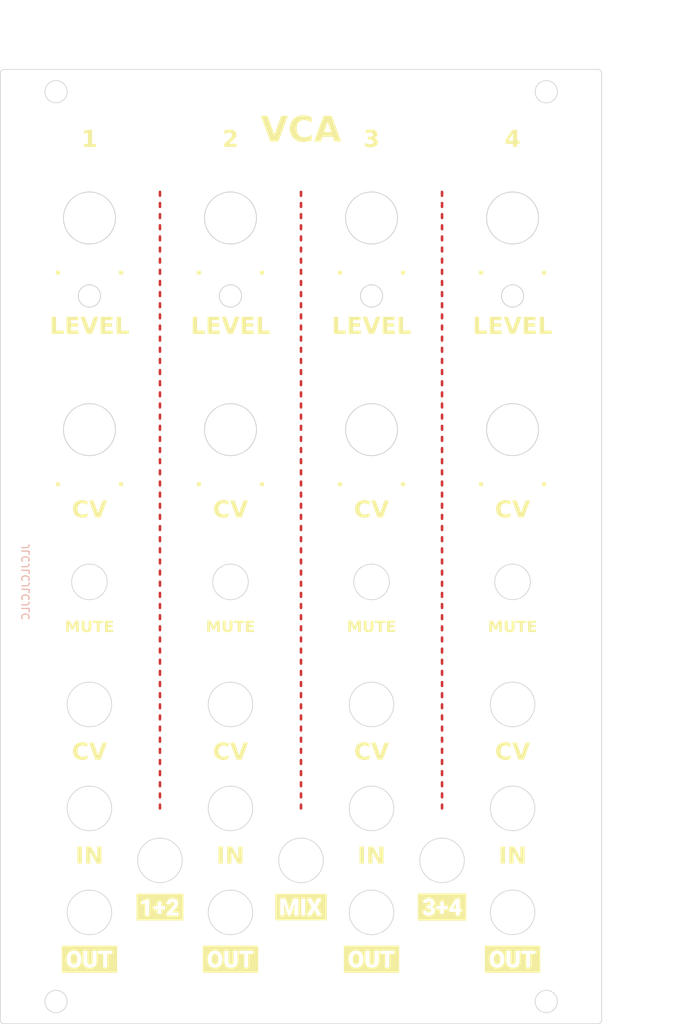
<source format=kicad_pcb>
(kicad_pcb (version 20240108) (generator "pcbnew") (generator_version "8.0")
  (layers (0 "F.Cu" signal) (31 "B.Cu" signal) (34 "B.Paste" user) (35 "F.Paste" user) (36 "B.SilkS" user "B.Silkscreen") (37 "F.SilkS" user "F.Silkscreen") (38 "B.Mask" user) (39 "F.Mask" user) (44 "Edge.Cuts" user))
  (net 0 "")
  (footprint "kibuzzard-65FAF655" (layer "F.Cu") (at 154 150.551611)
    (property "Reference" "kibuzzard-65FAF655" (hide yes))
    (property "Value" "G***" (hide yes))
    (fp_poly (pts (xy -1.647186 -0.048059) (xy -1.659675 -0.254334) (xy -1.69714 -0.424608) (xy -1.759583 -0.558881) (xy -1.896202 -0.689687) (xy -2.081268 -0.733289) (xy -2.261781 -0.694919) (xy -2.39404 -0.57981) (xy -2.478046 -0.387961) (xy -2.5138 -0.119373) (xy -2.51535 0.046509) (xy -2.50312 0.250631) (xy -2.46643 0.420646) (xy -2.40528 0.556555) (xy -2.268466 0.690268) (xy -2.078168 0.734839) (xy -1.895621 0.691043) (xy -1.760358 0.559656) (xy -1.698174 0.425814) (xy -1.66045 0.257865) (xy -1.647186 0.055811) (xy -1.647186 -0.048059)) (fill solid) (layer "F.SilkS"))
    (fp_poly (pts (xy -3.068805 -1.821077) (xy -3.730263 -1.821077) (xy -3.730263 1.821077) (xy -3.068805 1.821077) (xy -2.078168 1.821077) (xy -2.078168 1.159619) (xy -2.263169 1.144891) (xy -2.433702 1.100708) (xy -2.589764 1.027069) (xy -2.727654 0.926042) (xy -2.843668 0.799693) (xy -2.937805 0.648022) (xy -3.007827 0.475595) (xy -3.051493 0.286976) (xy -3.068805 0.082166) (xy -3.068805 -0.044958) (xy -3.055283 -0.257435) (xy -3.014717 -0.452513) (xy -2.947107 -0.630194) (xy -2.854262 -0.786343) (xy -2.73799 -0.916826) (xy -2.598291 -1.021643) (xy -2.439903 -1.098296) (xy -2.267562 -1.144288) (xy -2.081268 -1.159619) (xy -1.896956 -1.144461) (xy -1.726423 -1.098985) (xy -1.569672 -1.023193) (xy -1.43092 -0.91941) (xy -1.31439 -0.78996) (xy -1.220081 -0.634845) (xy -1.150576 -0.458714) (xy -1.108459 -0.26622) (xy -1.093732 -0.057361) (xy -1.093732 0.046509) (xy -1.10734 0.25821) (xy -1.148164 0.45303) (xy -1.216205 0.630969) (xy -1.309309 0.787463) (xy -1.425322 0.917946) (xy -1.564246 1.022418) (xy -1.7216 1.098641) (xy -1.892908 1.144375) (xy -2.078168 1.159619) (xy -2.078168 1.821077) (xy 0.070538 1.821077) (xy 0.070538 1.159619) (xy -0.184916 1.135848) (xy -0.40144 1.064535) (xy -0.579034 0.945679) (xy -0.711326 0.785482) (xy -0.791941 0.590145) (xy -0.82088 0.359668) (xy -0.82088 -1.128613) (xy -0.273627 -1.128613) (xy -0.273627 0.37052) (xy -0.231252 0.576364) (xy -0.11653 0.699871) (xy 0.070538 0.74104) (xy 0.218979 0.717786) (xy 0.326337 0.648022) (xy 0.391449 0.525937) (xy 0.413153 0.345715) (xy 0.413153 -1.128613) (xy 0.957306 -1.128613) (xy 0.957306 0.348816) (xy 0.930563 0.583104) (xy 0.850336 0.783673) (xy 0.720111 0.945485) (xy 0.543378 1.063501) (xy 0.325174 1.13559) (xy 0.070538 1.159619) (xy 0.070538 1.821077) (xy 2.391327 1.821077) (xy 2.391327 1.128613) (xy 1.847174 1.128613) (xy 1.847174 -0.708484) (xy 1.182098 -0.708484) (xy 1.182098 -1.128613) (xy 3.068805 -1.128613) (xy 3.068805 -0.708484) (xy 2.391327 -0.708484) (xy 2.391327 1.128613) (xy 2.391327 1.821077) (xy 3.068805 1.821077) (xy 3.730263 1.821077) (xy 3.730263 -1.821077) (xy 3.068805 -1.821077) (xy -3.068805 -1.821077)) (fill solid) (layer "F.SilkS"))
  )
  (footprint "TimsLib:Frontpanel_Potentiometer_Knob" (layer "F.Cu") (at 116 79.25)
    (property "Reference" "REF**" (hide yes))
    (property "Value" "Frontpanel_Potentiometer_Knob" (hide yes))
    (fp_circle (center 0 0) (end 3.5 0) (stroke (width 0.12)) (fill none) (layer "Edge.Cuts"))
    (fp_text user "CV" (at 0 10.886518 0) (layer "F.SilkS") (effects (font (size 2.25 2.25) (thickness 0.2) (bold yes))))
  )
  (footprint "TimsLib:Frontpanel_AudioJack" (layer "F.Cu") (at 154 116.25)
    (property "Reference" "REF**" (hide yes))
    (property "Value" "Frontpanel_AudioJack" (hide yes))
    (fp_circle (center 0 0) (end 3 0) (stroke (width 0.1)) (fill none) (layer "Edge.Cuts"))
    (fp_text user "CV" (at 0 6.5 0) (layer "F.SilkS") (effects (font (size 2.25 2.25) (thickness 0.2) (bold yes))))
  )
  (footprint "TimsLib:Frontpanel_AudioJack" (layer "F.Cu") (at 154 130.25)
    (property "Reference" "REF**" (hide yes))
    (property "Value" "Frontpanel_AudioJack" (hide yes))
    (fp_circle (center 0 0) (end 3 0) (stroke (width 0.1)) (fill none) (layer "Edge.Cuts"))
    (fp_text user "IN" (at 0 6.5 0) (layer "F.SilkS") (effects (font (size 2.25 2.25) (thickness 0.45) (bold yes))))
  )
  (footprint "TimsLib:Frontpanel_AudioJack" (layer "F.Cu") (at 144.5 137.25)
    (property "Reference" "REF**" (hide yes))
    (property "Value" "Frontpanel_AudioJack" (hide yes))
    (fp_circle (center 0 0) (end 3 0) (stroke (width 0.1)) (fill none) (layer "Edge.Cuts"))
  )
  (footprint "kibuzzard-65FAFAC9" (layer "F.Cu") (at 125.5 143.533572)
    (property "Reference" "kibuzzard-65FAFAC9" (hide yes))
    (property "Value" "G***" (hide yes))
    (fp_poly (pts (xy -2.495197 -1.80635) (xy -3.156655 -1.80635) (xy -3.156655 1.80635) (xy -2.495197 1.80635) (xy -1.4565 1.80635) (xy -1.4565 1.144891) (xy -1.980499 1.144891) (xy -1.980499 -0.523224) (xy -2.495197 -0.372845) (xy -2.495197 -0.76972) (xy -1.504559 -1.112335) (xy -1.4565 -1.112335) (xy -1.4565 1.144891) (xy -1.4565 1.80635) (xy 0.174408 1.80635) (xy 0.174408 0.918549) (xy -0.313934 0.918549) (xy -0.313934 0.312384) (xy -0.844135 0.312384) (xy -0.844135 -0.135651) (xy -0.313934 -0.135651) (xy -0.313934 -0.724762) (xy 0.174408 -0.724762) (xy 0.174408 -0.135651) (xy 0.703058 -0.135651) (xy 0.703058 0.312384) (xy 0.174408 0.312384) (xy 0.174408 0.918549) (xy 0.174408 1.80635) (xy 2.495197 1.80635) (xy 2.495197 1.144891) (xy 0.920099 1.144891) (xy 0.920099 0.803827) (xy 1.645636 0.041083) (xy 1.794636 -0.14857) (xy 1.884037 -0.310317) (xy 1.913837 -0.444159) (xy 1.850275 -0.665851) (xy 1.66579 -0.741815) (xy 1.472003 -0.640271) (xy 1.416193 -0.526131) (xy 1.397589 -0.386798) (xy 0.87359 -0.386798) (xy 0.899557 -0.586592) (xy 0.97746 -0.770496) (xy 1.101483 -0.927269) (xy 1.265814 -1.045673) (xy 1.461151 -1.120087) (xy 1.678192 -1.144891) (xy 1.903415 -1.126116) (xy 2.091259 -1.069788) (xy 2.241724 -0.975909) (xy 2.351536 -0.846891) (xy 2.417424 -0.685143) (xy 2.439386 -0.490668) (xy 2.426984 -0.359087) (xy 2.389777 -0.230994) (xy 2.326408 -0.101544) (xy 2.235522 0.034106) (xy 2.098903 0.196306) (xy 1.898334 0.405402) (xy 1.606879 0.741815) (xy 2.495197 0.741815) (xy 2.495197 1.144891) (xy 2.495197 1.80635) (xy 3.156655 1.80635) (xy 3.156655 -1.80635) (xy 2.495197 -1.80635) (xy -2.495197 -1.80635)) (fill solid) (layer "F.SilkS"))
  )
  (footprint "TimsLib:Frontpanel_AudioJack" (layer "F.Cu") (at 125.5 137.25)
    (property "Reference" "REF**" (hide yes))
    (property "Value" "Frontpanel_AudioJack" (hide yes))
    (fp_circle (center 0 0) (end 3 0) (stroke (width 0.1)) (fill none) (layer "Edge.Cuts"))
  )
  (footprint "TimsLib:Frontpanel_Switch_SubMini" (layer "F.Cu") (at 135 99.75)
    (property "Reference" "REF**" (hide yes))
    (property "Value" "Frontpanel_Switch_SubMini" (hide yes))
    (fp_circle (center 0 0) (end 2.4 0) (stroke (width 0.1)) (fill none) (layer "Edge.Cuts"))
    (fp_text user "MUTE" (at 0.000001 6.130987 0) (layer "F.SilkS") (effects (font (size 1.5 1.5) (thickness 0.2) (bold yes))))
  )
  (footprint "TimsLib:Frontpanel_AudioJack" (layer "F.Cu") (at 173 116.25)
    (property "Reference" "REF**" (hide yes))
    (property "Value" "Frontpanel_AudioJack" (hide yes))
    (fp_circle (center 0 0) (end 3 0) (stroke (width 0.1)) (fill none) (layer "Edge.Cuts"))
    (fp_text user "CV" (at 0 6.5 0) (layer "F.SilkS") (effects (font (size 2.25 2.25) (thickness 0.2) (bold yes))))
  )
  (footprint "TimsLib:Frontpanel_AudioJack" (layer "F.Cu") (at 163.5 137.25)
    (property "Reference" "REF**" (hide yes))
    (property "Value" "Frontpanel_AudioJack" (hide yes))
    (fp_circle (center 0 0) (end 3 0) (stroke (width 0.1)) (fill none) (layer "Edge.Cuts"))
  )
  (footprint "kibuzzard-65FAF655" (layer "F.Cu") (at 135 150.551611)
    (property "Reference" "kibuzzard-65FAF655" (hide yes))
    (property "Value" "G***" (hide yes))
    (fp_poly (pts (xy -1.647186 -0.048059) (xy -1.659675 -0.254334) (xy -1.69714 -0.424608) (xy -1.759583 -0.558881) (xy -1.896202 -0.689687) (xy -2.081268 -0.733289) (xy -2.261781 -0.694919) (xy -2.39404 -0.57981) (xy -2.478046 -0.387961) (xy -2.5138 -0.119373) (xy -2.51535 0.046509) (xy -2.50312 0.250631) (xy -2.46643 0.420646) (xy -2.40528 0.556555) (xy -2.268466 0.690268) (xy -2.078168 0.734839) (xy -1.895621 0.691043) (xy -1.760358 0.559656) (xy -1.698174 0.425814) (xy -1.66045 0.257865) (xy -1.647186 0.055811) (xy -1.647186 -0.048059)) (fill solid) (layer "F.SilkS"))
    (fp_poly (pts (xy -3.068805 -1.821077) (xy -3.730263 -1.821077) (xy -3.730263 1.821077) (xy -3.068805 1.821077) (xy -2.078168 1.821077) (xy -2.078168 1.159619) (xy -2.263169 1.144891) (xy -2.433702 1.100708) (xy -2.589764 1.027069) (xy -2.727654 0.926042) (xy -2.843668 0.799693) (xy -2.937805 0.648022) (xy -3.007827 0.475595) (xy -3.051493 0.286976) (xy -3.068805 0.082166) (xy -3.068805 -0.044958) (xy -3.055283 -0.257435) (xy -3.014717 -0.452513) (xy -2.947107 -0.630194) (xy -2.854262 -0.786343) (xy -2.73799 -0.916826) (xy -2.598291 -1.021643) (xy -2.439903 -1.098296) (xy -2.267562 -1.144288) (xy -2.081268 -1.159619) (xy -1.896956 -1.144461) (xy -1.726423 -1.098985) (xy -1.569672 -1.023193) (xy -1.43092 -0.91941) (xy -1.31439 -0.78996) (xy -1.220081 -0.634845) (xy -1.150576 -0.458714) (xy -1.108459 -0.26622) (xy -1.093732 -0.057361) (xy -1.093732 0.046509) (xy -1.10734 0.25821) (xy -1.148164 0.45303) (xy -1.216205 0.630969) (xy -1.309309 0.787463) (xy -1.425322 0.917946) (xy -1.564246 1.022418) (xy -1.7216 1.098641) (xy -1.892908 1.144375) (xy -2.078168 1.159619) (xy -2.078168 1.821077) (xy 0.070538 1.821077) (xy 0.070538 1.159619) (xy -0.184916 1.135848) (xy -0.40144 1.064535) (xy -0.579034 0.945679) (xy -0.711326 0.785482) (xy -0.791941 0.590145) (xy -0.82088 0.359668) (xy -0.82088 -1.128613) (xy -0.273627 -1.128613) (xy -0.273627 0.37052) (xy -0.231252 0.576364) (xy -0.11653 0.699871) (xy 0.070538 0.74104) (xy 0.218979 0.717786) (xy 0.326337 0.648022) (xy 0.391449 0.525937) (xy 0.413153 0.345715) (xy 0.413153 -1.128613) (xy 0.957306 -1.128613) (xy 0.957306 0.348816) (xy 0.930563 0.583104) (xy 0.850336 0.783673) (xy 0.720111 0.945485) (xy 0.543378 1.063501) (xy 0.325174 1.13559) (xy 0.070538 1.159619) (xy 0.070538 1.821077) (xy 2.391327 1.821077) (xy 2.391327 1.128613) (xy 1.847174 1.128613) (xy 1.847174 -0.708484) (xy 1.182098 -0.708484) (xy 1.182098 -1.128613) (xy 3.068805 -1.128613) (xy 3.068805 -0.708484) (xy 2.391327 -0.708484) (xy 2.391327 1.128613) (xy 2.391327 1.821077) (xy 3.068805 1.821077) (xy 3.730263 1.821077) (xy 3.730263 -1.821077) (xy 3.068805 -1.821077) (xy -3.068805 -1.821077)) (fill solid) (layer "F.SilkS"))
  )
  (footprint "TimsLib:Frontpanel_Potentiometer_Knob" (layer "F.Cu") (at 173 50.75)
    (property "Reference" "REF**" (hide yes))
    (property "Value" "Frontpanel_Potentiometer_Knob" (hide yes))
    (fp_circle (center 0 0) (end 3.5 0) (stroke (width 0.12)) (fill none) (layer "Edge.Cuts"))
    (fp_text user "LEVEL" (at 0 14.674851 0) (layer "F.SilkS") (effects (font (size 2.25 2.25) (thickness 0.2) (bold yes))))
  )
  (footprint "TimsLib:Frontpanel_LED_3mm" (layer "F.Cu") (at 135 61.25)
    (property "Reference" "REF**" (hide yes))
    (property "Value" "Frontpanel_LED_3mm" (hide yes))
    (fp_circle (center 0 0) (end 1.5 0) (stroke (width 0.12)) (fill none) (layer "Edge.Cuts"))
  )
  (footprint "TimsLib:Frontpanel_AudioJack" (layer "F.Cu") (at 173 144.25)
    (property "Reference" "REF**" (hide yes))
    (property "Value" "Frontpanel_AudioJack" (hide yes))
    (fp_circle (center 0 0) (end 3 0) (stroke (width 0.1)) (fill none) (layer "Edge.Cuts"))
  )
  (footprint "TimsLib:Frontpanel_AudioJack" (layer "F.Cu") (at 154 144.25)
    (property "Reference" "REF**" (hide yes))
    (property "Value" "Frontpanel_AudioJack" (hide yes))
    (fp_circle (center 0 0) (end 3 0) (stroke (width 0.1)) (fill none) (layer "Edge.Cuts"))
  )
  (footprint "TimsLib:Frontpanel_AudioJack" (layer "F.Cu") (at 135 116.25)
    (property "Reference" "REF**" (hide yes))
    (property "Value" "Frontpanel_AudioJack" (hide yes))
    (fp_circle (center 0 0) (end 3 0) (stroke (width 0.1)) (fill none) (layer "Edge.Cuts"))
    (fp_text user "CV" (at 0 6.5 0) (layer "F.SilkS") (effects (font (size 2.25 2.25) (thickness 0.2) (bold yes))))
  )
  (footprint "TimsLib:Frontpanel_AudioJack" (layer "F.Cu") (at 135 144.25)
    (property "Reference" "REF**" (hide yes))
    (property "Value" "Frontpanel_AudioJack" (hide yes))
    (fp_circle (center 0 0) (end 3 0) (stroke (width 0.1)) (fill none) (layer "Edge.Cuts"))
  )
  (footprint "TimsLib:Frontpanel_Potentiometer_Knob" (layer "F.Cu") (at 116 50.75)
    (property "Reference" "REF**" (hide yes))
    (property "Value" "Frontpanel_Potentiometer_Knob" (hide yes))
    (fp_circle (center 0 0) (end 3.5 0) (stroke (width 0.12)) (fill none) (layer "Edge.Cuts"))
    (fp_text user "LEVEL" (at 0 14.674851 0) (layer "F.SilkS") (effects (font (size 2.25 2.25) (thickness 0.2) (bold yes))))
  )
  (footprint "TimsLib:Frontpanel_LED_3mm" (layer "F.Cu") (at 173 61.25)
    (property "Reference" "REF**" (hide yes))
    (property "Value" "Frontpanel_LED_3mm" (hide yes))
    (fp_circle (center 0 0) (end 1.5 0) (stroke (width 0.12)) (fill none) (layer "Edge.Cuts"))
  )
  (footprint "TimsLib:Frontpanel_LED_3mm" (layer "F.Cu") (at 154 61.25)
    (property "Reference" "REF**" (hide yes))
    (property "Value" "Frontpanel_LED_3mm" (hide yes))
    (fp_circle (center 0 0) (end 1.5 0) (stroke (width 0.12)) (fill none) (layer "Edge.Cuts"))
  )
  (footprint "TimsLib:Frontpanel_AudioJack" (layer "F.Cu") (at 173 130.25)
    (property "Reference" "REF**" (hide yes))
    (property "Value" "Frontpanel_AudioJack" (hide yes))
    (fp_circle (center 0 0) (end 3 0) (stroke (width 0.1)) (fill none) (layer "Edge.Cuts"))
    (fp_text user "IN" (at 0 6.5 0) (layer "F.SilkS") (effects (font (size 2.25 2.25) (thickness 0.45) (bold yes))))
  )
  (footprint "TimsLib:Frontpanel_AudioJack" (layer "F.Cu") (at 135 130.25)
    (property "Reference" "REF**" (hide yes))
    (property "Value" "Frontpanel_AudioJack" (hide yes))
    (fp_circle (center 0 0) (end 3 0) (stroke (width 0.1)) (fill none) (layer "Edge.Cuts"))
    (fp_text user "IN" (at 0 6.5 0) (layer "F.SilkS") (effects (font (size 2.25 2.25) (thickness 0.45) (bold yes))))
  )
  (footprint "kibuzzard-65FAFAE1" (layer "F.Cu") (at 163.5 143.533572)
    (property "Reference" "kibuzzard-65FAFAE1" (hide yes))
    (property "Value" "G***" (hide yes))
    (fp_poly (pts (xy 1.446423 0.247272) (xy 1.8526 0.247272) (xy 1.8526 -0.44726) (xy 1.820044 -0.39455) (xy 1.446423 0.247272)) (fill solid) (layer "F.SilkS"))
    (fp_poly (pts (xy -2.604492 -1.821853) (xy -3.265951 -1.821853) (xy -3.265951 1.821853) (xy -2.604492 1.821853) (xy -1.807642 1.821853) (xy -1.807642 1.160394) (xy -2.021388 1.139272) (xy -2.219244 1.075903) (xy -2.386095 0.975134) (xy -2.506824 0.841809) (xy -2.580075 0.681935) (xy -2.604492 0.50152) (xy -2.078943 0.50152) (xy -1.995227 0.681354) (xy -1.789038 0.757318) (xy -1.568896 0.680579) (xy -1.486731 0.484467) (xy -1.508047 0.338739) (xy -1.571997 0.242621) (xy -1.807642 0.171307) (xy -2.06189 0.171307) (xy -2.06189 -0.217816) (xy -1.815393 -0.217816) (xy -1.652612 -0.249683) (xy -1.554944 -0.345285) (xy -1.522388 -0.50462) (xy -1.592151 -0.68678) (xy -1.789038 -0.757318) (xy -1.969647 -0.696857) (xy -2.046387 -0.546478) (xy -2.568835 -0.546478) (xy -2.544031 -0.715073) (xy -2.469617 -0.864288) (xy -2.351213 -0.988506) (xy -2.19444 -1.082104) (xy -2.009761 -1.140822) (xy -1.807642 -1.160394) (xy -1.574409 -1.141274) (xy -1.377005 -1.083913) (xy -1.21543 -0.988312) (xy -1.095713 -0.859293) (xy -1.023882 -0.70168) (xy -0.999939 -0.515472) (xy -1.022224 -0.373814) (xy -1.089081 -0.240295) (xy -1.19857 -0.123055) (xy -1.348755 -0.030231) (xy -1.1883 0.051741) (xy -1.066602 0.167432) (xy -0.989862 0.315678) (xy -0.964282 0.495319) (xy -0.99012 0.683421) (xy -1.067635 0.844651) (xy -1.196826 0.97901) (xy -1.368047 1.079779) (xy -1.571653 1.14024) (xy -1.807642 1.160394) (xy -1.807642 1.821853) (xy 0.249597 1.821853) (xy 0.249597 0.903046) (xy -0.238745 0.903046) (xy -0.238745 0.296881) (xy -0.768945 0.296881) (xy -0.768945 -0.151154) (xy -0.238745 -0.151154) (xy -0.238745 -0.740265) (xy 0.249597 -0.740265) (xy 0.249597 -0.151154) (xy 0.778247 -0.151154) (xy 0.778247 0.296881) (xy 0.249597 0.296881) (xy 0.249597 0.903046) (xy 0.249597 1.821853) (xy 2.375049 1.821853) (xy 2.375049 1.129388) (xy 1.8526 1.129388) (xy 1.8526 0.650348) (xy 0.979785 0.650348) (xy 0.948779 0.330988) (xy 1.8526 -1.123187) (xy 1.8526 -1.127838) (xy 2.375049 -1.127838) (xy 2.375049 0.247272) (xy 2.604492 0.247272) (xy 2.604492 0.650348) (xy 2.375049 0.650348) (xy 2.375049 1.129388) (xy 2.375049 1.821853) (xy 2.604492 1.821853) (xy 3.265951 1.821853) (xy 3.265951 -1.821853) (xy 2.604492 -1.821853) (xy -2.604492 -1.821853)) (fill solid) (layer "F.SilkS"))
  )
  (footprint "TimsLib:Frontpanel_Potentiometer_Knob" (layer "F.Cu") (at 135 50.75)
    (property "Reference" "REF**" (hide yes))
    (property "Value" "Frontpanel_Potentiometer_Knob" (hide yes))
    (fp_circle (center 0 0) (end 3.5 0) (stroke (width 0.12)) (fill none) (layer "Edge.Cuts"))
    (fp_text user "LEVEL" (at 0 14.674851 0) (layer "F.SilkS") (effects (font (size 2.25 2.25) (thickness 0.2) (bold yes))))
  )
  (footprint "TimsLib:Frontpanel_AudioJack" (layer "F.Cu") (at 116 130.25)
    (property "Reference" "REF**" (hide yes))
    (property "Value" "Frontpanel_AudioJack" (hide yes))
    (fp_circle (center 0 0) (end 3 0) (stroke (width 0.1)) (fill none) (layer "Edge.Cuts"))
    (fp_text user "IN" (at 0 6.5 0) (layer "F.SilkS") (effects (font (size 2.25 2.25) (thickness 0.45) (bold yes))))
  )
  (footprint "TimsLib:Frontpanel_Switch_SubMini" (layer "F.Cu") (at 154 99.75)
    (property "Reference" "REF**" (hide yes))
    (property "Value" "Frontpanel_Switch_SubMini" (hide yes))
    (fp_circle (center 0 0) (end 2.4 0) (stroke (width 0.1)) (fill none) (layer "Edge.Cuts"))
    (fp_text user "MUTE" (at 0.000001 6.130987 0) (layer "F.SilkS") (effects (font (size 1.5 1.5) (thickness 0.2) (bold yes))))
  )
  (footprint "TimsLib:Frontpanel_Potentiometer_Knob" (layer "F.Cu") (at 154 79.25)
    (property "Reference" "REF**" (hide yes))
    (property "Value" "Frontpanel_Potentiometer_Knob" (hide yes))
    (fp_circle (center 0 0) (end 3.5 0) (stroke (width 0.12)) (fill none) (layer "Edge.Cuts"))
    (fp_text user "CV" (at 0 10.886518 0) (layer "F.SilkS") (effects (font (size 2.25 2.25) (thickness 0.2) (bold yes))))
  )
  (footprint "TimsLib:Frontpanel_Switch_SubMini" (layer "F.Cu") (at 173 99.75)
    (property "Reference" "REF**" (hide yes))
    (property "Value" "Frontpanel_Switch_SubMini" (hide yes))
    (fp_circle (center 0 0) (end 2.4 0) (stroke (width 0.1)) (fill none) (layer "Edge.Cuts"))
    (fp_text user "MUTE" (at 0.000001 6.130987 0) (layer "F.SilkS") (effects (font (size 1.5 1.5) (thickness 0.2) (bold yes))))
  )
  (footprint "TimsLib:Frontpanel_Potentiometer_Knob" (layer "F.Cu") (at 135 79.25)
    (property "Reference" "REF**" (hide yes))
    (property "Value" "Frontpanel_Potentiometer_Knob" (hide yes))
    (fp_circle (center 0 0) (end 3.5 0) (stroke (width 0.12)) (fill none) (layer "Edge.Cuts"))
    (fp_text user "CV" (at 0 10.886518 0) (layer "F.SilkS") (effects (font (size 2.25 2.25) (thickness 0.2) (bold yes))))
  )
  (footprint "TimsLib:Frontpanel_Potentiometer_Knob" (layer "F.Cu") (at 154 50.75)
    (property "Reference" "REF**" (hide yes))
    (property "Value" "Frontpanel_Potentiometer_Knob" (hide yes))
    (fp_circle (center 0 0) (end 3.5 0) (stroke (width 0.12)) (fill none) (layer "Edge.Cuts"))
    (fp_text user "LEVEL" (at 0 14.674851 0) (layer "F.SilkS") (effects (font (size 2.25 2.25) (thickness 0.2) (bold yes))))
  )
  (footprint "kibuzzard-65FAF655" (layer "F.Cu") (at 173 150.551611)
    (property "Reference" "kibuzzard-65FAF655" (hide yes))
    (property "Value" "G***" (hide yes))
    (fp_poly (pts (xy -1.647186 -0.048059) (xy -1.659675 -0.254334) (xy -1.69714 -0.424608) (xy -1.759583 -0.558881) (xy -1.896202 -0.689687) (xy -2.081268 -0.733289) (xy -2.261781 -0.694919) (xy -2.39404 -0.57981) (xy -2.478046 -0.387961) (xy -2.5138 -0.119373) (xy -2.51535 0.046509) (xy -2.50312 0.250631) (xy -2.46643 0.420646) (xy -2.40528 0.556555) (xy -2.268466 0.690268) (xy -2.078168 0.734839) (xy -1.895621 0.691043) (xy -1.760358 0.559656) (xy -1.698174 0.425814) (xy -1.66045 0.257865) (xy -1.647186 0.055811) (xy -1.647186 -0.048059)) (fill solid) (layer "F.SilkS"))
    (fp_poly (pts (xy -3.068805 -1.821077) (xy -3.730263 -1.821077) (xy -3.730263 1.821077) (xy -3.068805 1.821077) (xy -2.078168 1.821077) (xy -2.078168 1.159619) (xy -2.263169 1.144891) (xy -2.433702 1.100708) (xy -2.589764 1.027069) (xy -2.727654 0.926042) (xy -2.843668 0.799693) (xy -2.937805 0.648022) (xy -3.007827 0.475595) (xy -3.051493 0.286976) (xy -3.068805 0.082166) (xy -3.068805 -0.044958) (xy -3.055283 -0.257435) (xy -3.014717 -0.452513) (xy -2.947107 -0.630194) (xy -2.854262 -0.786343) (xy -2.73799 -0.916826) (xy -2.598291 -1.021643) (xy -2.439903 -1.098296) (xy -2.267562 -1.144288) (xy -2.081268 -1.159619) (xy -1.896956 -1.144461) (xy -1.726423 -1.098985) (xy -1.569672 -1.023193) (xy -1.43092 -0.91941) (xy -1.31439 -0.78996) (xy -1.220081 -0.634845) (xy -1.150576 -0.458714) (xy -1.108459 -0.26622) (xy -1.093732 -0.057361) (xy -1.093732 0.046509) (xy -1.10734 0.25821) (xy -1.148164 0.45303) (xy -1.216205 0.630969) (xy -1.309309 0.787463) (xy -1.425322 0.917946) (xy -1.564246 1.022418) (xy -1.7216 1.098641) (xy -1.892908 1.144375) (xy -2.078168 1.159619) (xy -2.078168 1.821077) (xy 0.070538 1.821077) (xy 0.070538 1.159619) (xy -0.184916 1.135848) (xy -0.40144 1.064535) (xy -0.579034 0.945679) (xy -0.711326 0.785482) (xy -0.791941 0.590145) (xy -0.82088 0.359668) (xy -0.82088 -1.128613) (xy -0.273627 -1.128613) (xy -0.273627 0.37052) (xy -0.231252 0.576364) (xy -0.11653 0.699871) (xy 0.070538 0.74104) (xy 0.218979 0.717786) (xy 0.326337 0.648022) (xy 0.391449 0.525937) (xy 0.413153 0.345715) (xy 0.413153 -1.128613) (xy 0.957306 -1.128613) (xy 0.957306 0.348816) (xy 0.930563 0.583104) (xy 0.850336 0.783673) (xy 0.720111 0.945485) (xy 0.543378 1.063501) (xy 0.325174 1.13559) (xy 0.070538 1.159619) (xy 0.070538 1.821077) (xy 2.391327 1.821077) (xy 2.391327 1.128613) (xy 1.847174 1.128613) (xy 1.847174 -0.708484) (xy 1.182098 -0.708484) (xy 1.182098 -1.128613) (xy 3.068805 -1.128613) (xy 3.068805 -0.708484) (xy 2.391327 -0.708484) (xy 2.391327 1.128613) (xy 2.391327 1.821077) (xy 3.068805 1.821077) (xy 3.730263 1.821077) (xy 3.730263 -1.821077) (xy 3.068805 -1.821077) (xy -3.068805 -1.821077)) (fill solid) (layer "F.SilkS"))
  )
  (footprint "TimsLib:Frontpanel_AudioJack" (layer "F.Cu") (at 116 144.25)
    (property "Reference" "REF**" (hide yes))
    (property "Value" "Frontpanel_AudioJack" (hide yes))
    (fp_circle (center 0 0) (end 3 0) (stroke (width 0.1)) (fill none) (layer "Edge.Cuts"))
  )
  (footprint "TimsLib:Frontpanel_Switch_SubMini" (layer "F.Cu") (at 116 99.75)
    (property "Reference" "REF**" (hide yes))
    (property "Value" "Frontpanel_Switch_SubMini" (hide yes))
    (fp_circle (center 0 0) (end 2.4 0) (stroke (width 0.1)) (fill none) (layer "Edge.Cuts"))
    (fp_text user "MUTE" (at 0.000001 6.130987 0) (layer "F.SilkS") (effects (font (size 1.5 1.5) (thickness 0.2) (bold yes))))
  )
  (footprint "TimsLib:Frontpanel_LED_3mm" (layer "F.Cu") (at 116 61.25)
    (property "Reference" "REF**" (hide yes))
    (property "Value" "Frontpanel_LED_3mm" (hide yes))
    (fp_circle (center 0 0) (end 1.5 0) (stroke (width 0.12)) (fill none) (layer "Edge.Cuts"))
  )
  (footprint "kibuzzard-65FAFAF4" (layer "F.Cu") (at 144.5 143.533024)
    (property "Reference" "kibuzzard-65FAFAF4" (hide yes))
    (property "Value" "G***" (hide yes))
    (fp_poly (pts (xy -2.795178 -1.790072) (xy -3.456637 -1.790072) (xy -3.456637 1.790072) (xy -2.795178 1.790072) (xy -0.358118 1.790072) (xy -0.358118 1.128613) (xy -0.903821 1.128613) (xy -0.903821 0.601514) (xy -0.851111 -0.47749) (xy -1.396814 1.128613) (xy -1.756482 1.128613) (xy -2.303735 -0.479041) (xy -2.251025 0.601514) (xy -2.251025 1.128613) (xy -2.795178 1.128613) (xy -2.795178 -1.128613) (xy -2.080493 -1.128613) (xy -1.576648 0.441833) (xy -1.074353 -1.128613) (xy -0.358118 -1.128613) (xy -0.358118 1.128613) (xy -0.358118 1.790072) (xy 0.567407 1.790072) (xy 0.567407 1.128613) (xy 0.024805 1.128613) (xy 0.024805 -1.128613) (xy 0.567407 -1.128613) (xy 0.567407 1.128613) (xy 0.567407 1.790072) (xy 2.795178 1.790072) (xy 2.795178 1.128613) (xy 2.16731 1.128613) (xy 1.787488 0.364319) (xy 1.407666 1.128613) (xy 0.781348 1.128613) (xy 1.42782 -0.009302) (xy 0.798401 -1.128613) (xy 1.418518 -1.128613) (xy 1.787488 -0.378271) (xy 2.156458 -1.128613) (xy 2.778125 -1.128613) (xy 2.147156 -0.009302) (xy 2.795178 1.128613) (xy 2.795178 1.790072) (xy 3.456637 1.790072) (xy 3.456637 -1.790072) (xy 2.795178 -1.790072) (xy -2.795178 -1.790072)) (fill solid) (layer "F.SilkS"))
  )
  (footprint "TimsLib:Frontpanel_Potentiometer_Knob" (layer "F.Cu") (at 173 79.25)
    (property "Reference" "REF**" (hide yes))
    (property "Value" "Frontpanel_Potentiometer_Knob" (hide yes))
    (fp_circle (center 0 0) (end 3.5 0) (stroke (width 0.12)) (fill none) (layer "Edge.Cuts"))
    (fp_text user "CV" (at 0 10.886518 0) (layer "F.SilkS") (effects (font (size 2.25 2.25) (thickness 0.2) (bold yes))))
  )
  (footprint "TimsLib:Frontpanel_AudioJack" (layer "F.Cu") (at 116 116.25)
    (property "Reference" "REF**" (hide yes))
    (property "Value" "Frontpanel_AudioJack" (hide yes))
    (fp_circle (center 0 0) (end 3 0) (stroke (width 0.1)) (fill none) (layer "Edge.Cuts"))
    (fp_text user "CV" (at 0 6.5 0) (layer "F.SilkS") (effects (font (size 2.25 2.25) (thickness 0.2) (bold yes))))
  )
  (footprint "kibuzzard-65FAF655" (layer "F.Cu") (at 116 150.551611)
    (property "Reference" "kibuzzard-65FAF655" (hide yes))
    (property "Value" "G***" (hide yes))
    (fp_poly (pts (xy -1.647186 -0.048059) (xy -1.659675 -0.254334) (xy -1.69714 -0.424608) (xy -1.759583 -0.558881) (xy -1.896202 -0.689687) (xy -2.081268 -0.733289) (xy -2.261781 -0.694919) (xy -2.39404 -0.57981) (xy -2.478046 -0.387961) (xy -2.5138 -0.119373) (xy -2.51535 0.046509) (xy -2.50312 0.250631) (xy -2.46643 0.420646) (xy -2.40528 0.556555) (xy -2.268466 0.690268) (xy -2.078168 0.734839) (xy -1.895621 0.691043) (xy -1.760358 0.559656) (xy -1.698174 0.425814) (xy -1.66045 0.257865) (xy -1.647186 0.055811) (xy -1.647186 -0.048059)) (fill solid) (layer "F.SilkS"))
    (fp_poly (pts (xy -3.068805 -1.821077) (xy -3.730263 -1.821077) (xy -3.730263 1.821077) (xy -3.068805 1.821077) (xy -2.078168 1.821077) (xy -2.078168 1.159619) (xy -2.263169 1.144891) (xy -2.433702 1.100708) (xy -2.589764 1.027069) (xy -2.727654 0.926042) (xy -2.843668 0.799693) (xy -2.937805 0.648022) (xy -3.007827 0.475595) (xy -3.051493 0.286976) (xy -3.068805 0.082166) (xy -3.068805 -0.044958) (xy -3.055283 -0.257435) (xy -3.014717 -0.452513) (xy -2.947107 -0.630194) (xy -2.854262 -0.786343) (xy -2.73799 -0.916826) (xy -2.598291 -1.021643) (xy -2.439903 -1.098296) (xy -2.267562 -1.144288) (xy -2.081268 -1.159619) (xy -1.896956 -1.144461) (xy -1.726423 -1.098985) (xy -1.569672 -1.023193) (xy -1.43092 -0.91941) (xy -1.31439 -0.78996) (xy -1.220081 -0.634845) (xy -1.150576 -0.458714) (xy -1.108459 -0.26622) (xy -1.093732 -0.057361) (xy -1.093732 0.046509) (xy -1.10734 0.25821) (xy -1.148164 0.45303) (xy -1.216205 0.630969) (xy -1.309309 0.787463) (xy -1.425322 0.917946) (xy -1.564246 1.022418) (xy -1.7216 1.098641) (xy -1.892908 1.144375) (xy -2.078168 1.159619) (xy -2.078168 1.821077) (xy 0.070538 1.821077) (xy 0.070538 1.159619) (xy -0.184916 1.135848) (xy -0.40144 1.064535) (xy -0.579034 0.945679) (xy -0.711326 0.785482) (xy -0.791941 0.590145) (xy -0.82088 0.359668) (xy -0.82088 -1.128613) (xy -0.273627 -1.128613) (xy -0.273627 0.37052) (xy -0.231252 0.576364) (xy -0.11653 0.699871) (xy 0.070538 0.74104) (xy 0.218979 0.717786) (xy 0.326337 0.648022) (xy 0.391449 0.525937) (xy 0.413153 0.345715) (xy 0.413153 -1.128613) (xy 0.957306 -1.128613) (xy 0.957306 0.348816) (xy 0.930563 0.583104) (xy 0.850336 0.783673) (xy 0.720111 0.945485) (xy 0.543378 1.063501) (xy 0.325174 1.13559) (xy 0.070538 1.159619) (xy 0.070538 1.821077) (xy 2.391327 1.821077) (xy 2.391327 1.128613) (xy 1.847174 1.128613) (xy 1.847174 -0.708484) (xy 1.182098 -0.708484) (xy 1.182098 -1.128613) (xy 3.068805 -1.128613) (xy 3.068805 -0.708484) (xy 2.391327 -0.708484) (xy 2.391327 1.128613) (xy 2.391327 1.821077) (xy 3.068805 1.821077) (xy 3.730263 1.821077) (xy 3.730263 -1.821077) (xy 3.068805 -1.821077) (xy -3.068805 -1.821077)) (fill solid) (layer "F.SilkS"))
  )
  (gr_line (start 163.5 93.75) (end 163.5 94.25) (stroke (width 0.35)) (layer "F.Cu"))
  (gr_line (start 125.5 90.750002) (end 125.5 91.250002) (stroke (width 0.35)) (layer "F.Cu"))
  (gr_line (start 144.5 89.250002) (end 144.5 89.750002) (stroke (width 0.35)) (layer "F.Cu"))
  (gr_line (start 144.5 71.250002) (end 144.5 71.750002) (stroke (width 0.35)) (layer "F.Cu"))
  (gr_line (start 125.5 72.750002) (end 125.5 73.250002) (stroke (width 0.35)) (layer "F.Cu"))
  (gr_line (start 144.5 48.750002) (end 144.5 49.250002) (stroke (width 0.35)) (layer "F.Cu"))
  (gr_line (start 163.5 125.250002) (end 163.5 125.750002) (stroke (width 0.35)) (layer "F.Cu"))
  (gr_line (start 144.5 84.750002) (end 144.5 85.250002) (stroke (width 0.35)) (layer "F.Cu"))
  (gr_line (start 125.5 89.250002) (end 125.5 89.750002) (stroke (width 0.35)) (layer "F.Cu"))
  (gr_line (start 144.5 122.250002) (end 144.5 122.750002) (stroke (width 0.35)) (layer "F.Cu"))
  (gr_line (start 163.5 60.750002) (end 163.5 61.250002) (stroke (width 0.35)) (layer "F.Cu"))
  (gr_line (start 144.5 74.250002) (end 144.5 74.750002) (stroke (width 0.35)) (layer "F.Cu"))
  (gr_line (start 163.5 98.250002) (end 163.5 98.750002) (stroke (width 0.35)) (layer "F.Cu"))
  (gr_line (start 144.5 75.75) (end 144.5 76.25) (stroke (width 0.35)) (layer "F.Cu"))
  (gr_line (start 163.5 83.250002) (end 163.5 83.750002) (stroke (width 0.35)) (layer "F.Cu"))
  (gr_line (start 125.5 116.250002) (end 125.5 116.750002) (stroke (width 0.35)) (layer "F.Cu"))
  (gr_line (start 144.5 129.75) (end 144.5 130.25) (stroke (width 0.35)) (layer "F.Cu"))
  (gr_line (start 163.5 66.750002) (end 163.5 67.250002) (stroke (width 0.35)) (layer "F.Cu"))
  (gr_line (start 125.5 126.750002) (end 125.5 127.250002) (stroke (width 0.35)) (layer "F.Cu"))
  (gr_line (start 144.5 68.250002) (end 144.5 68.750002) (stroke (width 0.35)) (layer "F.Cu"))
  (gr_line (start 125.5 56.250002) (end 125.5 56.750002) (stroke (width 0.35)) (layer "F.Cu"))
  (gr_line (start 163.5 50.250002) (end 163.5 50.750002) (stroke (width 0.35)) (layer "F.Cu"))
  (gr_line (start 125.5 111.75) (end 125.5 112.25) (stroke (width 0.35)) (layer "F.Cu"))
  (gr_line (start 163.5 104.250002) (end 163.5 104.750002) (stroke (width 0.35)) (layer "F.Cu"))
  (gr_line (start 163.5 126.750002) (end 163.5 127.250002) (stroke (width 0.35)) (layer "F.Cu"))
  (gr_line (start 144.5 65.250002) (end 144.5 65.750002) (stroke (width 0.35)) (layer "F.Cu"))
  (gr_line (start 125.5 69.75) (end 125.5 70.25) (stroke (width 0.35)) (layer "F.Cu"))
  (gr_line (start 125.5 66.750002) (end 125.5 67.250002) (stroke (width 0.35)) (layer "F.Cu"))
  (gr_line (start 144.5 72.750002) (end 144.5 73.250002) (stroke (width 0.35)) (layer "F.Cu"))
  (gr_line (start 163.5 77.250002) (end 163.5 77.750002) (stroke (width 0.35)) (layer "F.Cu"))
  (gr_line (start 144.5 117.75) (end 144.5 118.25) (stroke (width 0.35)) (layer "F.Cu"))
  (gr_line (start 125.5 80.250002) (end 125.5 80.750002) (stroke (width 0.35)) (layer "F.Cu"))
  (gr_line (start 125.5 120.750002) (end 125.5 121.250002) (stroke (width 0.35)) (layer "F.Cu"))
  (gr_line (start 125.5 84.750002) (end 125.5 85.250002) (stroke (width 0.35)) (layer "F.Cu"))
  (gr_line (start 163.5 81.75) (end 163.5 82.25) (stroke (width 0.35)) (layer "F.Cu"))
  (gr_line (start 163.5 99.75) (end 163.5 100.25) (stroke (width 0.35)) (layer "F.Cu"))
  (gr_line (start 144.5 96.750002) (end 144.5 97.250002) (stroke (width 0.35)) (layer "F.Cu"))
  (gr_line (start 125.5 92.250002) (end 125.5 92.750002) (stroke (width 0.35)) (layer "F.Cu"))
  (gr_line (start 125.5 93.75) (end 125.5 94.25) (stroke (width 0.35)) (layer "F.Cu"))
  (gr_line (start 125.5 83.250002) (end 125.5 83.750002) (stroke (width 0.35)) (layer "F.Cu"))
  (gr_line (start 125.5 81.75) (end 125.5 82.25) (stroke (width 0.35)) (layer "F.Cu"))
  (gr_line (start 163.5 96.750002) (end 163.5 97.250002) (stroke (width 0.35)) (layer "F.Cu"))
  (gr_line (start 163.5 75.75) (end 163.5 76.25) (stroke (width 0.35)) (layer "F.Cu"))
  (gr_line (start 144.5 50.250002) (end 144.5 50.750002) (stroke (width 0.35)) (layer "F.Cu"))
  (gr_line (start 144.5 86.250002) (end 144.5 86.750002) (stroke (width 0.35)) (layer "F.Cu"))
  (gr_line (start 144.5 90.750002) (end 144.5 91.250002) (stroke (width 0.35)) (layer "F.Cu"))
  (gr_line (start 144.5 54.750002) (end 144.5 55.250002) (stroke (width 0.35)) (layer "F.Cu"))
  (gr_line (start 163.5 110.250002) (end 163.5 110.750002) (stroke (width 0.35)) (layer "F.Cu"))
  (gr_line (start 163.5 107.250002) (end 163.5 107.750002) (stroke (width 0.35)) (layer "F.Cu"))
  (gr_line (start 163.5 68.250002) (end 163.5 68.750002) (stroke (width 0.35)) (layer "F.Cu"))
  (gr_line (start 163.5 63.75) (end 163.5 64.25) (stroke (width 0.35)) (layer "F.Cu"))
  (gr_line (start 144.5 128.250002) (end 144.5 128.750002) (stroke (width 0.35)) (layer "F.Cu"))
  (gr_line (start 163.5 95.250002) (end 163.5 95.750002) (stroke (width 0.35)) (layer "F.Cu"))
  (gr_line (start 144.5 111.75) (end 144.5 112.25) (stroke (width 0.35)) (layer "F.Cu"))
  (gr_line (start 163.5 129.75) (end 163.5 130.25) (stroke (width 0.35)) (layer "F.Cu"))
  (gr_line (start 125.5 54.750002) (end 125.5 55.250002) (stroke (width 0.35)) (layer "F.Cu"))
  (gr_line (start 163.5 89.250002) (end 163.5 89.750002) (stroke (width 0.35)) (layer "F.Cu"))
  (gr_line (start 125.5 119.250002) (end 125.5 119.750002) (stroke (width 0.35)) (layer "F.Cu"))
  (gr_line (start 125.5 68.250002) (end 125.5 68.750002) (stroke (width 0.35)) (layer "F.Cu"))
  (gr_line (start 163.5 87.75) (end 163.5 88.25) (stroke (width 0.35)) (layer "F.Cu"))
  (gr_line (start 125.5 99.75) (end 125.5 100.25) (stroke (width 0.35)) (layer "F.Cu"))
  (gr_line (start 144.5 83.250002) (end 144.5 83.750002) (stroke (width 0.35)) (layer "F.Cu"))
  (gr_line (start 144.5 99.75) (end 144.5 100.25) (stroke (width 0.35)) (layer "F.Cu"))
  (gr_line (start 125.5 78.750002) (end 125.5 79.250002) (stroke (width 0.35)) (layer "F.Cu"))
  (gr_line (start 144.5 108.750002) (end 144.5 109.250002) (stroke (width 0.35)) (layer "F.Cu"))
  (gr_line (start 125.5 96.750002) (end 125.5 97.250002) (stroke (width 0.35)) (layer "F.Cu"))
  (gr_line (start 163.5 57.75) (end 163.5 58.25) (stroke (width 0.35)) (layer "F.Cu"))
  (gr_line (start 163.5 78.750002) (end 163.5 79.250002) (stroke (width 0.35)) (layer "F.Cu"))
  (gr_line (start 125.5 107.250002) (end 125.5 107.750002) (stroke (width 0.35)) (layer "F.Cu"))
  (gr_line (start 163.5 71.250002) (end 163.5 71.750002) (stroke (width 0.35)) (layer "F.Cu"))
  (gr_line (start 144.5 60.750002) (end 144.5 61.250002) (stroke (width 0.35)) (layer "F.Cu"))
  (gr_line (start 125.5 128.250002) (end 125.5 128.750002) (stroke (width 0.35)) (layer "F.Cu"))
  (gr_line (start 125.5 125.250002) (end 125.5 125.750002) (stroke (width 0.35)) (layer "F.Cu"))
  (gr_line (start 144.5 116.250002) (end 144.5 116.750002) (stroke (width 0.35)) (layer "F.Cu"))
  (gr_line (start 144.5 125.250002) (end 144.5 125.750002) (stroke (width 0.35)) (layer "F.Cu"))
  (gr_line (start 125.5 48.750002) (end 125.5 49.250002) (stroke (width 0.35)) (layer "F.Cu"))
  (gr_line (start 163.5 120.750002) (end 163.5 121.250002) (stroke (width 0.35)) (layer "F.Cu"))
  (gr_line (start 144.5 98.250002) (end 144.5 98.750002) (stroke (width 0.35)) (layer "F.Cu"))
  (gr_line (start 125.5 63.75) (end 125.5 64.25) (stroke (width 0.35)) (layer "F.Cu"))
  (gr_line (start 163.5 92.250002) (end 163.5 92.750002) (stroke (width 0.35)) (layer "F.Cu"))
  (gr_line (start 125.5 98.250002) (end 125.5 98.750002) (stroke (width 0.35)) (layer "F.Cu"))
  (gr_line (start 144.5 101.250002) (end 144.5 101.750002) (stroke (width 0.35)) (layer "F.Cu"))
  (gr_line (start 163.5 102.750002) (end 163.5 103.250002) (stroke (width 0.35)) (layer "F.Cu"))
  (gr_line (start 163.5 116.250002) (end 163.5 116.750002) (stroke (width 0.35)) (layer "F.Cu"))
  (gr_line (start 125.5 77.250002) (end 125.5 77.750002) (stroke (width 0.35)) (layer "F.Cu"))
  (gr_line (start 144.5 93.75) (end 144.5 94.25) (stroke (width 0.35)) (layer "F.Cu"))
  (gr_line (start 144.5 80.250002) (end 144.5 80.750002) (stroke (width 0.35)) (layer "F.Cu"))
  (gr_line (start 144.5 56.250002) (end 144.5 56.750002) (stroke (width 0.35)) (layer "F.Cu"))
  (gr_line (start 144.5 107.250002) (end 144.5 107.750002) (stroke (width 0.35)) (layer "F.Cu"))
  (gr_line (start 163.5 48.750002) (end 163.5 49.250002) (stroke (width 0.35)) (layer "F.Cu"))
  (gr_line (start 125.5 114.750002) (end 125.5 115.250002) (stroke (width 0.35)) (layer "F.Cu"))
  (gr_line (start 125.5 86.250002) (end 125.5 86.750002) (stroke (width 0.35)) (layer "F.Cu"))
  (gr_line (start 144.5 51.75) (end 144.5 52.25) (stroke (width 0.35)) (layer "F.Cu"))
  (gr_line (start 125.5 57.75) (end 125.5 58.25) (stroke (width 0.35)) (layer "F.Cu"))
  (gr_line (start 144.5 95.250002) (end 144.5 95.750002) (stroke (width 0.35)) (layer "F.Cu"))
  (gr_line (start 163.5 84.750002) (end 163.5 85.250002) (stroke (width 0.35)) (layer "F.Cu"))
  (gr_line (start 144.5 47.250002) (end 144.5 47.750002) (stroke (width 0.35)) (layer "F.Cu"))
  (gr_line (start 144.5 102.750002) (end 144.5 103.250002) (stroke (width 0.35)) (layer "F.Cu"))
  (gr_line (start 125.5 113.250002) (end 125.5 113.750002) (stroke (width 0.35)) (layer "F.Cu"))
  (gr_line (start 125.5 129.75) (end 125.5 130.25) (stroke (width 0.35)) (layer "F.Cu"))
  (gr_line (start 144.5 69.75) (end 144.5 70.25) (stroke (width 0.35)) (layer "F.Cu"))
  (gr_line (start 125.5 123.75) (end 125.5 124.25) (stroke (width 0.35)) (layer "F.Cu"))
  (gr_line (start 163.5 114.750002) (end 163.5 115.250002) (stroke (width 0.35)) (layer "F.Cu"))
  (gr_line (start 163.5 59.250002) (end 163.5 59.750002) (stroke (width 0.35)) (layer "F.Cu"))
  (gr_line (start 144.5 110.250002) (end 144.5 110.750002) (stroke (width 0.35)) (layer "F.Cu"))
  (gr_line (start 144.5 92.250002) (end 144.5 92.750002) (stroke (width 0.35)) (layer "F.Cu"))
  (gr_line (start 163.5 65.250002) (end 163.5 65.750002) (stroke (width 0.35)) (layer "F.Cu"))
  (gr_line (start 163.5 47.250002) (end 163.5 47.750002) (stroke (width 0.35)) (layer "F.Cu"))
  (gr_line (start 125.5 71.250002) (end 125.5 71.750002) (stroke (width 0.35)) (layer "F.Cu"))
  (gr_line (start 125.5 47.250002) (end 125.5 47.750002) (stroke (width 0.35)) (layer "F.Cu"))
  (gr_line (start 163.5 108.750002) (end 163.5 109.250002) (stroke (width 0.35)) (layer "F.Cu"))
  (gr_line (start 144.5 113.250002) (end 144.5 113.750002) (stroke (width 0.35)) (layer "F.Cu"))
  (gr_line (start 144.5 63.75) (end 144.5 64.25) (stroke (width 0.35)) (layer "F.Cu"))
  (gr_line (start 125.5 101.250002) (end 125.5 101.750002) (stroke (width 0.35)) (layer "F.Cu"))
  (gr_line (start 144.5 126.750002) (end 144.5 127.250002) (stroke (width 0.35)) (layer "F.Cu"))
  (gr_line (start 144.5 57.75) (end 144.5 58.25) (stroke (width 0.35)) (layer "F.Cu"))
  (gr_line (start 144.5 62.250002) (end 144.5 62.750002) (stroke (width 0.35)) (layer "F.Cu"))
  (gr_line (start 125.5 108.750002) (end 125.5 109.250002) (stroke (width 0.35)) (layer "F.Cu"))
  (gr_line (start 125.5 62.250002) (end 125.5 62.750002) (stroke (width 0.35)) (layer "F.Cu"))
  (gr_line (start 144.5 120.750002) (end 144.5 121.250002) (stroke (width 0.35)) (layer "F.Cu"))
  (gr_line (start 125.5 117.75) (end 125.5 118.25) (stroke (width 0.35)) (layer "F.Cu"))
  (gr_line (start 144.5 104.250002) (end 144.5 104.750002) (stroke (width 0.35)) (layer "F.Cu"))
  (gr_line (start 163.5 72.750002) (end 163.5 73.250002) (stroke (width 0.35)) (layer "F.Cu"))
  (gr_line (start 144.5 59.250002) (end 144.5 59.750002) (stroke (width 0.35)) (layer "F.Cu"))
  (gr_line (start 163.5 111.75) (end 163.5 112.25) (stroke (width 0.35)) (layer "F.Cu"))
  (gr_line (start 163.5 53.250002) (end 163.5 53.750002) (stroke (width 0.35)) (layer "F.Cu"))
  (gr_line (start 125.5 104.250002) (end 125.5 104.750002) (stroke (width 0.35)) (layer "F.Cu"))
  (gr_line (start 144.5 78.750002) (end 144.5 79.250002) (stroke (width 0.35)) (layer "F.Cu"))
  (gr_line (start 163.5 117.75) (end 163.5 118.25) (stroke (width 0.35)) (layer "F.Cu"))
  (gr_line (start 144.5 53.250002) (end 144.5 53.750002) (stroke (width 0.35)) (layer "F.Cu"))
  (gr_line (start 163.5 113.250002) (end 163.5 113.750002) (stroke (width 0.35)) (layer "F.Cu"))
  (gr_line (start 125.5 50.250002) (end 125.5 50.750002) (stroke (width 0.35)) (layer "F.Cu"))
  (gr_line (start 125.5 102.750002) (end 125.5 103.250002) (stroke (width 0.35)) (layer "F.Cu"))
  (gr_line (start 125.5 74.250002) (end 125.5 74.750002) (stroke (width 0.35)) (layer "F.Cu"))
  (gr_line (start 163.5 101.250002) (end 163.5 101.750002) (stroke (width 0.35)) (layer "F.Cu"))
  (gr_line (start 125.5 75.75) (end 125.5 76.25) (stroke (width 0.35)) (layer "F.Cu"))
  (gr_line (start 125.5 59.250002) (end 125.5 59.750002) (stroke (width 0.35)) (layer "F.Cu"))
  (gr_line (start 163.5 51.75) (end 163.5 52.25) (stroke (width 0.35)) (layer "F.Cu"))
  (gr_line (start 163.5 62.250002) (end 163.5 62.750002) (stroke (width 0.35)) (layer "F.Cu"))
  (gr_line (start 163.5 54.750002) (end 163.5 55.250002) (stroke (width 0.35)) (layer "F.Cu"))
  (gr_line (start 163.5 119.250002) (end 163.5 119.750002) (stroke (width 0.35)) (layer "F.Cu"))
  (gr_line (start 125.5 60.750002) (end 125.5 61.250002) (stroke (width 0.35)) (layer "F.Cu"))
  (gr_line (start 144.5 123.75) (end 144.5 124.25) (stroke (width 0.35)) (layer "F.Cu"))
  (gr_line (start 144.5 77.250002) (end 144.5 77.750002) (stroke (width 0.35)) (layer "F.Cu"))
  (gr_line (start 163.5 56.250002) (end 163.5 56.750002) (stroke (width 0.35)) (layer "F.Cu"))
  (gr_line (start 163.5 74.250002) (end 163.5 74.750002) (stroke (width 0.35)) (layer "F.Cu"))
  (gr_line (start 163.5 128.250002) (end 163.5 128.750002) (stroke (width 0.35)) (layer "F.Cu"))
  (gr_line (start 125.5 53.250002) (end 125.5 53.750002) (stroke (width 0.35)) (layer "F.Cu"))
  (gr_line (start 163.5 122.250002) (end 163.5 122.750002) (stroke (width 0.35)) (layer "F.Cu"))
  (gr_line (start 125.5 110.250002) (end 125.5 110.750002) (stroke (width 0.35)) (layer "F.Cu"))
  (gr_line (start 163.5 90.750002) (end 163.5 91.250002) (stroke (width 0.35)) (layer "F.Cu"))
  (gr_line (start 125.5 122.250002) (end 125.5 122.750002) (stroke (width 0.35)) (layer "F.Cu"))
  (gr_line (start 125.5 87.75) (end 125.5 88.25) (stroke (width 0.35)) (layer "F.Cu"))
  (gr_line (start 163.5 69.75) (end 163.5 70.25) (stroke (width 0.35)) (layer "F.Cu"))
  (gr_line (start 144.5 66.750002) (end 144.5 67.250002) (stroke (width 0.35)) (layer "F.Cu"))
  (gr_line (start 125.5 105.75) (end 125.5 106.25) (stroke (width 0.35)) (layer "F.Cu"))
  (gr_line (start 144.5 114.750002) (end 144.5 115.250002) (stroke (width 0.35)) (layer "F.Cu"))
  (gr_line (start 144.5 81.75) (end 144.5 82.25) (stroke (width 0.35)) (layer "F.Cu"))
  (gr_line (start 125.5 51.75) (end 125.5 52.25) (stroke (width 0.35)) (layer "F.Cu"))
  (gr_line (start 163.5 86.250002) (end 163.5 86.750002) (stroke (width 0.35)) (layer "F.Cu"))
  (gr_line (start 144.5 87.75) (end 144.5 88.25) (stroke (width 0.35)) (layer "F.Cu"))
  (gr_line (start 125.5 95.250002) (end 125.5 95.750002) (stroke (width 0.35)) (layer "F.Cu"))
  (gr_line (start 125.5 65.250002) (end 125.5 65.750002) (stroke (width 0.35)) (layer "F.Cu"))
  (gr_line (start 144.5 119.250002) (end 144.5 119.750002) (stroke (width 0.35)) (layer "F.Cu"))
  (gr_line (start 163.5 80.250002) (end 163.5 80.750002) (stroke (width 0.35)) (layer "F.Cu"))
  (gr_line (start 163.5 105.75) (end 163.5 106.25) (stroke (width 0.35)) (layer "F.Cu"))
  (gr_line (start 163.5 123.75) (end 163.5 124.25) (stroke (width 0.35)) (layer "F.Cu"))
  (gr_line (start 144.5 105.75) (end 144.5 106.25) (stroke (width 0.35)) (layer "F.Cu"))
  (gr_circle (center 177.25 86.611216) (end 177.55 86.611216) (fill solid) (layer "F.SilkS"))
  (gr_circle (center 130.750001 86.611216) (end 131.050001 86.611216) (fill solid) (layer "F.SilkS"))
  (gr_circle (center 177.25 58.111216) (end 177.55 58.111216) (fill solid) (layer "F.SilkS"))
  (gr_circle (center 130.750001 58.111216) (end 131.050001 58.111216) (fill solid) (layer "F.SilkS"))
  (gr_circle (center 120.25 86.611216) (end 120.55 86.611216) (fill solid) (layer "F.SilkS"))
  (gr_circle (center 158.25 86.611216) (end 158.55 86.611216) (fill solid) (layer "F.SilkS"))
  (gr_circle (center 139.25 58.111216) (end 139.55 58.111216) (fill solid) (layer "F.SilkS"))
  (gr_circle (center 139.25 86.611216) (end 139.55 86.611216) (fill solid) (layer "F.SilkS"))
  (gr_circle (center 158.25 58.111216) (end 158.55 58.111216) (fill solid) (layer "F.SilkS"))
  (gr_circle (center 111.750001 58.111216) (end 112.050001 58.111216) (fill solid) (layer "F.SilkS"))
  (gr_circle (center 149.750001 86.611216) (end 150.050001 86.611216) (fill solid) (layer "F.SilkS"))
  (gr_circle (center 168.750001 58.111216) (end 169.050001 58.111216) (fill solid) (layer "F.SilkS"))
  (gr_circle (center 120.25 58.111216) (end 120.55 58.111216) (fill solid) (layer "F.SilkS"))
  (gr_circle (center 168.750001 86.611216) (end 169.050001 86.611216) (fill solid) (layer "F.SilkS"))
  (gr_circle (center 149.750001 58.111216) (end 150.050001 58.111216) (fill solid) (layer "F.SilkS"))
  (gr_circle (center 111.750001 86.611216) (end 112.050001 86.611216) (fill solid) (layer "F.SilkS"))
  (gr_circle (center 177.54 33.75) (end 179.04 33.75) (stroke (width 0.1)) (fill none) (layer "Edge.Cuts"))
  (gr_circle (center 177.54 156.25) (end 179.04 156.25) (stroke (width 0.1)) (fill none) (layer "Edge.Cuts"))
  (gr_line (start 184.5 30.75) (end 104.5 30.75) (stroke (width 0.1)) (layer "Edge.Cuts"))
  (gr_arc (start 104.500001 159.249998) (mid 104.146448 159.103552) (end 104.000001 158.749998) (stroke (width 0.1)) (layer "Edge.Cuts"))
  (gr_arc (start 184.5 30.75) (mid 184.853553 30.896447) (end 185 31.25) (stroke (width 0.1)) (layer "Edge.Cuts"))
  (gr_arc (start 185 158.75) (mid 184.853553 159.103553) (end 184.5 159.25) (stroke (width 0.1)) (layer "Edge.Cuts"))
  (gr_arc (start 104 31.25) (mid 104.146447 30.896447) (end 104.5 30.75) (stroke (width 0.1)) (layer "Edge.Cuts"))
  (gr_line (start 104.500001 159.249998) (end 184.5 159.25) (stroke (width 0.1)) (layer "Edge.Cuts"))
  (gr_line (start 104 31.25) (end 104.000001 158.75) (stroke (width 0.1)) (layer "Edge.Cuts"))
  (gr_circle (center 111.5 156.25) (end 113 156.25) (stroke (width 0.1)) (fill none) (layer "Edge.Cuts"))
  (gr_line (start 185 31.25) (end 185 158.75) (stroke (width 0.1)) (layer "Edge.Cuts"))
  (gr_circle (center 111.5 33.75) (end 113 33.75) (stroke (width 0.1)) (fill none) (layer "Edge.Cuts"))
  (gr_text "JLCJLCJLCJLC" (at 108 99.75 90) (layer "B.SilkS") (effects (font (size 1 1)) (justify bottom mirror)))
  (gr_text "4" (at 173 40.25 0) (layer "F.SilkS") (effects (font (size 2.25 2.25) (thickness 0.2) (bold yes) (italic yes))))
  (gr_text "VCA" (at 144.5 39.047811 0) (layer "F.SilkS") (effects (font (size 3.4 3.4) (thickness 0.2) (bold yes))))
  (gr_text "3" (at 154 40.25 0) (layer "F.SilkS") (effects (font (size 2.25 2.25) (thickness 0.2) (bold yes) (italic yes))))
  (gr_text "2" (at 135 40.25 0) (layer "F.SilkS") (effects (font (size 2.25 2.25) (thickness 0.2) (bold yes) (italic yes))))
  (gr_text "1" (at 116 40.25 0) (layer "F.SilkS") (effects (font (size 2.25 2.25) (thickness 0.2) (bold yes) (italic yes))))
)
</source>
